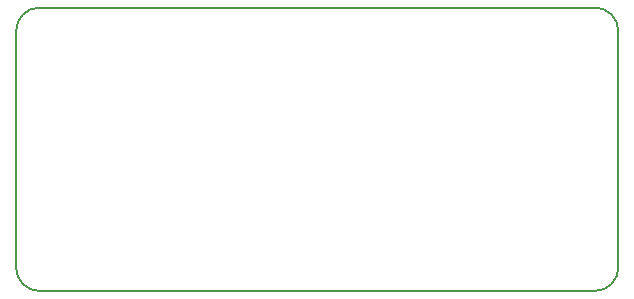
<source format=gbr>
G04 #@! TF.FileFunction,Profile,NP*
%FSLAX46Y46*%
G04 Gerber Fmt 4.6, Leading zero omitted, Abs format (unit mm)*
G04 Created by KiCad (PCBNEW 4.0.1-stable) date 2017/09/04 6:08:59*
%MOMM*%
G01*
G04 APERTURE LIST*
%ADD10C,0.100000*%
%ADD11C,0.150000*%
G04 APERTURE END LIST*
D10*
D11*
X179500000Y-125500000D02*
X179500000Y-105500000D01*
X228500000Y-127500000D02*
X181500000Y-127500000D01*
X230500000Y-105500000D02*
X230500000Y-125500000D01*
X181500000Y-103500000D02*
X228500000Y-103500000D01*
X179500000Y-125500000D02*
G75*
G03X181500000Y-127500000I2000000J0D01*
G01*
X181500000Y-103500000D02*
G75*
G03X179500000Y-105500000I0J-2000000D01*
G01*
X228500000Y-127500000D02*
G75*
G03X230500000Y-125500000I0J2000000D01*
G01*
X230500000Y-105500000D02*
G75*
G03X228500000Y-103500000I-2000000J0D01*
G01*
M02*

</source>
